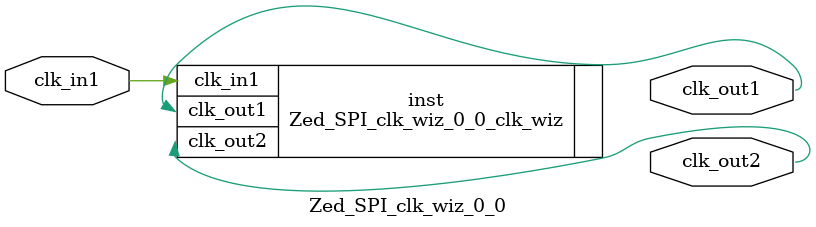
<source format=v>


`timescale 1ps/1ps

(* CORE_GENERATION_INFO = "Zed_SPI_clk_wiz_0_0,clk_wiz_v6_0_9_0_0,{component_name=Zed_SPI_clk_wiz_0_0,use_phase_alignment=true,use_min_o_jitter=false,use_max_i_jitter=false,use_dyn_phase_shift=false,use_inclk_switchover=false,use_dyn_reconfig=false,enable_axi=0,feedback_source=FDBK_AUTO,PRIMITIVE=MMCM,num_out_clk=2,clkin1_period=10.000,clkin2_period=10.000,use_power_down=false,use_reset=false,use_locked=false,use_inclk_stopped=false,feedback_type=SINGLE,CLOCK_MGR_TYPE=NA,manual_override=false}" *)

module Zed_SPI_clk_wiz_0_0 
 (
  // Clock out ports
  output        clk_out1,
  output        clk_out2,
 // Clock in ports
  input         clk_in1
 );

  Zed_SPI_clk_wiz_0_0_clk_wiz inst
  (
  // Clock out ports  
  .clk_out1(clk_out1),
  .clk_out2(clk_out2),
 // Clock in ports
  .clk_in1(clk_in1)
  );

endmodule

</source>
